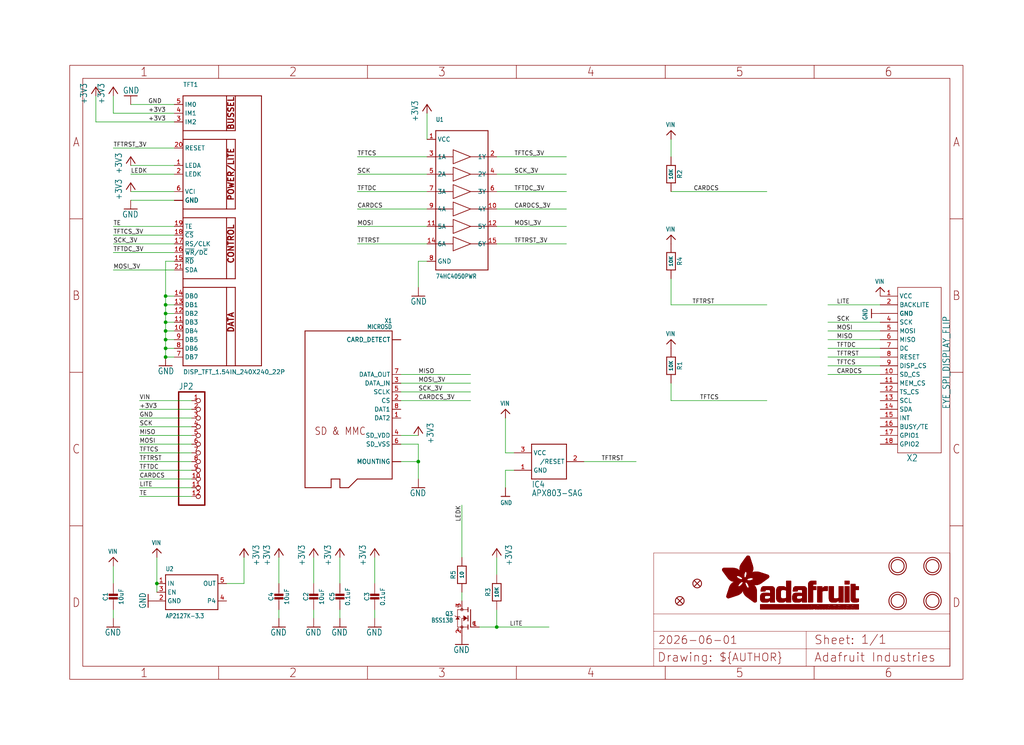
<source format=kicad_sch>
(kicad_sch (version 20230121) (generator eeschema)
  (paper "User" 298.45 217.322)
  (lib_symbols
    (symbol "working-eagle-import:+3V3" (power)
      (property "Value" "+3V3" (at -2.54 -5.08 90))
      (symbol "+3V3_1_0"
        (pin power_in line (at 0 -2.54 90) (length 2.54) (name "+3V3") (number "1"))
      )
    )
    (symbol "working-eagle-import:74HC4050DTSSOP"
      (property "Reference" "U" (at -7.62 22.86 0))
      (symbol "74HC4050DTSSOP_1_0"
        (pin bidirectional line (at -10.16 17.78 0) (length 2.54) (name "VCC") (number "1"))
        (pin bidirectional line (at 10.16 -2.54 180) (length 2.54) (name "4Y") (number "10"))
        (pin bidirectional line (at -10.16 -7.62 0) (length 2.54) (name "5A") (number "11"))
        (pin bidirectional line (at 10.16 -7.62 180) (length 2.54) (name "5Y") (number "12"))
        (pin bidirectional line (at -10.16 -12.7 0) (length 2.54) (name "6A") (number "14"))
        (pin bidirectional line (at 10.16 -12.7 180) (length 2.54) (name "6Y") (number "15"))
        (pin bidirectional line (at 10.16 12.7 180) (length 2.54) (name "1Y") (number "2"))
        (pin bidirectional line (at -10.16 12.7 0) (length 2.54) (name "1A") (number "3"))
        (pin bidirectional line (at 10.16 7.62 180) (length 2.54) (name "2Y") (number "4"))
        (pin bidirectional line (at -10.16 7.62 0) (length 2.54) (name "2A") (number "5"))
        (pin bidirectional line (at 10.16 2.54 180) (length 2.54) (name "3Y") (number "6"))
        (pin bidirectional line (at -10.16 2.54 0) (length 2.54) (name "3A") (number "7"))
        (pin bidirectional line (at -10.16 -17.78 0) (length 2.54) (name "GND") (number "8"))
        (pin bidirectional line (at -10.16 -2.54 0) (length 2.54) (name "4A") (number "9"))
      )
    )
    (symbol "working-eagle-import:APX083-SAG"
      (property "Reference" "IC" (at -5.08 -7.62 0))
      (symbol "APX083-SAG_1_0"
        (pin power_in line (at -10.16 -2.54 0) (length 5.08) (name "GND") (number "1"))
        (pin output line (at 10.16 0 180) (length 5.08) (name "/RESET") (number "2"))
        (pin power_in line (at -10.16 2.54 0) (length 5.08) (name "VCC") (number "3"))
      )
    )
    (symbol "working-eagle-import:CAP_CERAMIC0603_NO"
      (property "Reference" "C" (at -2.29 1.25 90))
      (symbol "CAP_CERAMIC0603_NO_1_0"
        (pin passive line (at 0 5.08 270) (length 2.54) (name "1") (number "1"))
        (pin passive line (at 0 -2.54 90) (length 2.54) (name "2") (number "2"))
      )
    )
    (symbol "working-eagle-import:CAP_CERAMIC0805-NOOUTLINE"
      (property "Reference" "C" (at -2.29 1.25 90))
      (symbol "CAP_CERAMIC0805-NOOUTLINE_1_0"
        (pin passive line (at 0 5.08 270) (length 2.54) (name "1") (number "1"))
        (pin passive line (at 0 -2.54 90) (length 2.54) (name "2") (number "2"))
      )
    )
    (symbol "working-eagle-import:DISP_TFT_1.54IN_240X240_22P"
      (property "Reference" "TFT" (at -15.24 43.18 0))
      (symbol "DISP_TFT_1.54IN_240X240_22P_1_0"
        (text "BUSSEL" (at -1.27 35.56 900) (effects (font (size 1.6764 1.6764) (thickness 0.3353) bold)))
        (text "CONTROL" (at -1.27 -2.54 900) (effects (font (size 1.6764 1.6764) (thickness 0.3353) bold)))
        (text "DATA" (at -1.27 -25.4 900) (effects (font (size 1.6764 1.6764) (thickness 0.3353) bold)))
        (text "POWER/LITE" (at -1.27 17.78 900) (effects (font (size 1.6764 1.6764) (thickness 0.3353) bold)))
        (pin input line (at -17.78 20.32 0) (length 2.54) (name "LEDA") (number "1"))
        (pin bidirectional line (at -17.78 -27.94 0) (length 2.54) (name "DB4") (number "10"))
        (pin bidirectional line (at -17.78 -25.4 0) (length 2.54) (name "DB3") (number "11"))
        (pin bidirectional line (at -17.78 -22.86 0) (length 2.54) (name "DB2") (number "12"))
        (pin bidirectional line (at -17.78 -20.32 0) (length 2.54) (name "DB1") (number "13"))
        (pin bidirectional line (at -17.78 -17.78 0) (length 2.54) (name "DB0") (number "14"))
        (pin input line (at -17.78 -7.62 0) (length 2.54) (name "~{RD}") (number "15"))
        (pin input line (at -17.78 -5.08 0) (length 2.54) (name "~{WR}/D~{C}") (number "16"))
        (pin input line (at -17.78 -2.54 0) (length 2.54) (name "RS/CLK") (number "17"))
        (pin input line (at -17.78 0 0) (length 2.54) (name "~{CS}") (number "18"))
        (pin output line (at -17.78 2.54 0) (length 2.54) (name "TE") (number "19"))
        (pin input line (at -17.78 17.78 0) (length 2.54) (name "LEDK") (number "2"))
        (pin input line (at -17.78 25.4 0) (length 2.54) (name "RESET") (number "20"))
        (pin bidirectional line (at -17.78 -10.16 0) (length 2.54) (name "SDA") (number "21"))
        (pin power_in line (at -17.78 10.16 0) (length 2.54) (name "GND") (number "22"))
        (pin input line (at -17.78 33.02 0) (length 2.54) (name "IM2") (number "3"))
        (pin input line (at -17.78 35.56 0) (length 2.54) (name "IM1") (number "4"))
        (pin input line (at -17.78 38.1 0) (length 2.54) (name "IM0") (number "5"))
        (pin power_in line (at -17.78 12.7 0) (length 2.54) (name "VCI") (number "6"))
        (pin bidirectional line (at -17.78 -35.56 0) (length 2.54) (name "DB7") (number "7"))
        (pin bidirectional line (at -17.78 -33.02 0) (length 2.54) (name "DB6") (number "8"))
        (pin bidirectional line (at -17.78 -30.48 0) (length 2.54) (name "DB5") (number "9"))
        (pin power_in line (at -17.78 10.16 0) (length 2.54) (name "GND") (number "SUPPORT1"))
        (pin power_in line (at -17.78 10.16 0) (length 2.54) (name "GND") (number "SUPPORT2"))
      )
    )
    (symbol "working-eagle-import:EYE_SPI_DISPLAY_FLIP"
      (property "Reference" "X" (at 2.54 -27.94 0))
      (symbol "EYE_SPI_DISPLAY_FLIP_1_0"
        (pin power_in line (at -5.08 20.32 0) (length 5.08) (name "VCC") (number "1"))
        (pin input line (at -5.08 -2.54 0) (length 5.08) (name "SD_CS") (number "10"))
        (pin input line (at -5.08 -5.08 0) (length 5.08) (name "MEM_CS") (number "11"))
        (pin input line (at -5.08 -7.62 0) (length 5.08) (name "TS_CS") (number "12"))
        (pin input line (at -5.08 -10.16 0) (length 5.08) (name "SCL") (number "13"))
        (pin bidirectional line (at -5.08 -12.7 0) (length 5.08) (name "SDA") (number "14"))
        (pin output line (at -5.08 -15.24 0) (length 5.08) (name "INT") (number "15"))
        (pin output line (at -5.08 -17.78 0) (length 5.08) (name "BUSY/TE") (number "16"))
        (pin passive line (at -5.08 -20.32 0) (length 5.08) (name "GPIO1") (number "17"))
        (pin passive line (at -5.08 -22.86 0) (length 5.08) (name "GPIO2") (number "18"))
        (pin input line (at -5.08 17.78 0) (length 5.08) (name "BACKLITE") (number "2"))
        (pin power_in line (at -5.08 15.24 0) (length 5.08) (name "GND") (number "3"))
        (pin input line (at -5.08 12.7 0) (length 5.08) (name "SCK") (number "4"))
        (pin input line (at -5.08 10.16 0) (length 5.08) (name "MOSI") (number "5"))
        (pin output line (at -5.08 7.62 0) (length 5.08) (name "MISO") (number "6"))
        (pin input line (at -5.08 5.08 0) (length 5.08) (name "DC") (number "7"))
        (pin input line (at -5.08 2.54 0) (length 5.08) (name "RESET") (number "8"))
        (pin input line (at -5.08 0 0) (length 5.08) (name "DISP_CS") (number "9"))
        (pin power_in line (at -5.08 15.24 0) (length 5.08) (name "GND") (number "SUPPORT1"))
        (pin power_in line (at -5.08 15.24 0) (length 5.08) (name "GND") (number "SUPPORT2"))
      )
    )
    (symbol "working-eagle-import:FIDUCIAL_1MM")
    (symbol "working-eagle-import:FRAME_A4_ADAFRUIT"
      (symbol "FRAME_A4_ADAFRUIT_1_0"
        (text "${#}/${##}" (at 230.505 10.16 0) (effects (font (size 2.54 2.54)) (justify left bottom)))
        (text "${AUTHOR}" (at 189.23 5.08 0) (effects (font (size 2.286 2.286)) (justify left bottom)))
        (text "${CURRENT_DATE}" (at 171.45 10.16 0) (effects (font (size 2.286 2.286)) (justify left bottom)))
        (text "${PROJECTNAME}" (at 171.45 15.24 0) (effects (font (size 2.54 2.54)) (justify left bottom)))
        (text "1" (at 21.6958 1.905 0) (effects (font (size 2.54 2.286))))
        (text "1" (at 21.6958 177.165 0) (effects (font (size 2.54 2.286))))
        (text "2" (at 65.0875 1.905 0) (effects (font (size 2.54 2.286))))
        (text "2" (at 65.0875 177.165 0) (effects (font (size 2.54 2.286))))
        (text "3" (at 108.4792 1.905 0) (effects (font (size 2.54 2.286))))
        (text "3" (at 108.4792 177.165 0) (effects (font (size 2.54 2.286))))
        (text "4" (at 151.8708 1.905 0) (effects (font (size 2.54 2.286))))
        (text "4" (at 151.8708 177.165 0) (effects (font (size 2.54 2.286))))
        (text "5" (at 195.2625 1.905 0) (effects (font (size 2.54 2.286))))
        (text "5" (at 195.2625 177.165 0) (effects (font (size 2.54 2.286))))
        (text "6" (at 238.6542 1.905 0) (effects (font (size 2.54 2.286))))
        (text "6" (at 238.6542 177.165 0) (effects (font (size 2.54 2.286))))
        (text "A" (at 1.905 156.6863 0) (effects (font (size 2.54 2.286))))
        (text "A" (at 258.445 156.6863 0) (effects (font (size 2.54 2.286))))
        (text "Adafruit Industries" (at 216.916 4.953 0) (effects (font (size 2.54 2.54)) (justify left bottom)))
        (text "B" (at 1.905 111.9188 0) (effects (font (size 2.54 2.286))))
        (text "B" (at 258.445 111.9188 0) (effects (font (size 2.54 2.286))))
        (text "C" (at 1.905 67.1513 0) (effects (font (size 2.54 2.286))))
        (text "C" (at 258.445 67.1513 0) (effects (font (size 2.54 2.286))))
        (text "D" (at 1.905 22.3838 0) (effects (font (size 2.54 2.286))))
        (text "D" (at 258.445 22.3838 0) (effects (font (size 2.54 2.286))))
        (text "Drawing:" (at 171.196 4.953 0) (effects (font (size 2.54 2.54)) (justify left bottom)))
        (text "Sheet:" (at 216.916 10.033 0) (effects (font (size 2.54 2.54)) (justify left bottom)))
      )
    )
    (symbol "working-eagle-import:GND" (power)
      (property "Value" "GND" (at -2.54 -2.54 0))
      (symbol "GND_1_0"
        (pin power_in line (at 0 2.54 270) (length 2.54) (name "GND") (number "1"))
      )
    )
    (symbol "working-eagle-import:HEADER-1X1276MIL"
      (property "Reference" "JP" (at -6.35 18.415 0))
      (symbol "HEADER-1X1276MIL_1_0"
        (pin passive inverted (at -2.54 15.24 0) (length 2.54) (name "1") (number "1"))
        (pin passive inverted (at -2.54 -7.62 0) (length 2.54) (name "10") (number "10"))
        (pin passive inverted (at -2.54 -10.16 0) (length 2.54) (name "11") (number "11"))
        (pin passive inverted (at -2.54 -12.7 0) (length 2.54) (name "12") (number "12"))
        (pin passive inverted (at -2.54 12.7 0) (length 2.54) (name "2") (number "2"))
        (pin passive inverted (at -2.54 10.16 0) (length 2.54) (name "3") (number "3"))
        (pin passive inverted (at -2.54 7.62 0) (length 2.54) (name "4") (number "4"))
        (pin passive inverted (at -2.54 5.08 0) (length 2.54) (name "5") (number "5"))
        (pin passive inverted (at -2.54 2.54 0) (length 2.54) (name "6") (number "6"))
        (pin passive inverted (at -2.54 0 0) (length 2.54) (name "7") (number "7"))
        (pin passive inverted (at -2.54 -2.54 0) (length 2.54) (name "8") (number "8"))
        (pin passive inverted (at -2.54 -5.08 0) (length 2.54) (name "9") (number "9"))
      )
    )
    (symbol "working-eagle-import:MICROSD"
      (property "Reference" "X" (at -12.7 22.606 0))
      (symbol "MICROSD_1_0"
        (text "SD & MMC" (at -5.08 -10.16 0) (effects (font (size 2.1844 1.8567)) (justify left bottom)))
        (pin bidirectional line (at -15.24 -5.08 0) (length 2.54) (name "DAT2") (number "1"))
        (pin input line (at -15.24 0 0) (length 2.54) (name "CS") (number "2"))
        (pin input line (at -15.24 5.08 0) (length 2.54) (name "DATA_IN") (number "3"))
        (pin power_in line (at -15.24 -10.16 0) (length 2.54) (name "SD_VDD") (number "4"))
        (pin input line (at -15.24 2.54 0) (length 2.54) (name "SCLK") (number "5"))
        (pin power_in line (at -15.24 -12.7 0) (length 2.54) (name "SD_VSS") (number "6"))
        (pin output line (at -15.24 7.62 0) (length 2.54) (name "DATA_OUT") (number "7"))
        (pin bidirectional line (at -15.24 -2.54 0) (length 2.54) (name "DAT1") (number "8"))
        (pin passive line (at -15.24 17.78 0) (length 2.54) (name "CARD_DETECT") (number "CD1"))
        (pin passive line (at -15.24 17.78 0) (length 2.54) (name "CARD_DETECT") (number "CD2"))
        (pin passive line (at -15.24 -17.78 0) (length 2.54) (name "MOUNTING") (number "MT1"))
        (pin passive line (at -15.24 -17.78 0) (length 2.54) (name "MOUNTING") (number "MT2"))
      )
    )
    (symbol "working-eagle-import:MOSFET-NWIDE"
      (property "Reference" "Q" (at 5.08 0.635 0))
      (symbol "MOSFET-NWIDE_1_0"
        (text "D" (at 3.175 3.175 0) (effects (font (size 0.8128 0.6908)) (justify left bottom)))
        (text "G" (at -1.27 -1.905 0) (effects (font (size 0.8128 0.6908)) (justify left bottom)))
        (text "S" (at 3.175 -3.81 0) (effects (font (size 0.8128 0.6908)) (justify left bottom)))
        (pin bidirectional line (at -2.54 -2.54 0) (length 2.54) (name "G") (number "1"))
        (pin bidirectional line (at 2.54 -5.08 90) (length 2.54) (name "S") (number "2"))
        (pin bidirectional line (at 2.54 5.08 270) (length 2.54) (name "D") (number "3"))
      )
    )
    (symbol "working-eagle-import:MOUNTINGHOLE2.5")
    (symbol "working-eagle-import:RESISTOR_0603_NOOUT"
      (property "Reference" "R" (at 0 2.54 0))
      (symbol "RESISTOR_0603_NOOUT_1_0"
        (pin passive line (at -5.08 0 0) (length 2.54) (name "1") (number "1"))
        (pin passive line (at 5.08 0 180) (length 2.54) (name "2") (number "2"))
      )
    )
    (symbol "working-eagle-import:VIN" (power)
      (property "Value" "VIN" (at -1.524 1.016 0))
      (symbol "VIN_1_0"
        (pin power_in line (at 0 -2.54 90) (length 2.54) (name "VIN") (number "1"))
      )
    )
    (symbol "working-eagle-import:VREG_SOT23-5"
      (property "Reference" "U" (at -7.62 6.096 0))
      (symbol "VREG_SOT23-5_1_0"
        (pin power_in line (at -10.16 2.54 0) (length 2.54) (name "IN") (number "1"))
        (pin power_in line (at -10.16 -2.54 0) (length 2.54) (name "GND") (number "2"))
        (pin input line (at -10.16 0 0) (length 2.54) (name "EN") (number "3"))
        (pin bidirectional line (at 10.16 -2.54 180) (length 2.54) (name "P4") (number "4"))
        (pin power_in line (at 10.16 2.54 180) (length 2.54) (name "OUT") (number "5"))
      )
    )
    (symbol "working-eagle-import:adafruit_power_VIN" (power)
      (property "Value" "adafruit_power_VIN" (at -1.524 1.016 0))
      (symbol "adafruit_power_VIN_1_0"
        (pin power_in line (at 0 -2.54 90) (length 2.54) (name "VIN") (number "1"))
      )
    )
    (symbol "working-eagle-import:microbuilder_GND" (power)
      (property "Value" "microbuilder_GND" (at -1.524 -2.54 0))
      (symbol "microbuilder_GND_1_0"
        (pin power_in line (at 0 2.54 270) (length 2.54) (name "GND") (number "1"))
      )
    )
  )
  (junction (at 121.92 134.62))
  (junction (at 48.26 96.52))
  (junction (at 45.72 170.18))
  (junction (at 144.78 182.88))
  (junction (at 48.26 88.9))
  (junction (at 48.26 104.14))
  (junction (at 48.26 93.98))
  (junction (at 48.26 101.6))
  (junction (at 48.26 86.36))
  (junction (at 48.26 91.44))
  (junction (at 48.26 99.06))
  (wire (pts (xy 55.88 121.92) (xy 40.64 121.92)) (stroke (width 0.1524)))
  (wire (pts (xy 144.78 162.56) (xy 144.78 167.64)) (stroke (width 0.1524)))
  (wire (pts (xy 55.88 116.84) (xy 40.64 116.84)) (stroke (width 0.1524)))
  (wire (pts (xy 144.78 71.12) (xy 165.1 71.12)) (stroke (width 0.1524)))
  (wire (pts (xy 195.58 88.9) (xy 195.58 81.28)) (stroke (width 0.1524)))
  (wire (pts (xy 48.26 104.14) (xy 50.8 104.14)) (stroke (width 0.1524)))
  (wire (pts (xy 109.22 162.56) (xy 109.22 170.18)) (stroke (width 0.1524)))
  (wire (pts (xy 48.26 99.06) (xy 48.26 101.6)) (stroke (width 0.1524)))
  (wire (pts (xy 195.58 88.9) (xy 223.52 88.9)) (stroke (width 0.1524)))
  (wire (pts (xy 104.14 50.8) (xy 124.46 50.8)) (stroke (width 0.1524)))
  (wire (pts (xy 50.8 91.44) (xy 48.26 91.44)) (stroke (width 0.1524)))
  (wire (pts (xy 27.94 35.56) (xy 50.8 35.56)) (stroke (width 0.1524)))
  (wire (pts (xy 121.92 76.2) (xy 121.92 83.82)) (stroke (width 0.1524)))
  (wire (pts (xy 55.88 144.78) (xy 40.64 144.78)) (stroke (width 0.1524)))
  (wire (pts (xy 40.64 127) (xy 55.88 127)) (stroke (width 0.1524)))
  (wire (pts (xy 256.54 101.6) (xy 241.3 101.6)) (stroke (width 0.1524)))
  (wire (pts (xy 40.64 132.08) (xy 55.88 132.08)) (stroke (width 0.1524)))
  (wire (pts (xy 147.32 121.92) (xy 147.32 132.08)) (stroke (width 0.1524)))
  (wire (pts (xy 139.7 182.88) (xy 144.78 182.88)) (stroke (width 0.1524)))
  (wire (pts (xy 104.14 60.96) (xy 124.46 60.96)) (stroke (width 0.1524)))
  (wire (pts (xy 134.62 147.32) (xy 134.62 162.56)) (stroke (width 0.1524)))
  (wire (pts (xy 50.8 73.66) (xy 33.02 73.66)) (stroke (width 0.1524)))
  (wire (pts (xy 50.8 43.18) (xy 33.02 43.18)) (stroke (width 0.1524)))
  (wire (pts (xy 50.8 66.04) (xy 33.02 66.04)) (stroke (width 0.1524)))
  (wire (pts (xy 50.8 96.52) (xy 48.26 96.52)) (stroke (width 0.1524)))
  (wire (pts (xy 147.32 142.24) (xy 147.32 137.16)) (stroke (width 0.1524)))
  (wire (pts (xy 50.8 33.02) (xy 33.02 33.02)) (stroke (width 0.1524)))
  (wire (pts (xy 165.1 60.96) (xy 144.78 60.96)) (stroke (width 0.1524)))
  (wire (pts (xy 40.64 119.38) (xy 55.88 119.38)) (stroke (width 0.1524)))
  (wire (pts (xy 55.88 129.54) (xy 40.64 129.54)) (stroke (width 0.1524)))
  (wire (pts (xy 81.28 162.56) (xy 81.28 170.18)) (stroke (width 0.1524)))
  (wire (pts (xy 38.1 58.42) (xy 50.8 58.42)) (stroke (width 0.1524)))
  (wire (pts (xy 137.16 114.3) (xy 116.84 114.3)) (stroke (width 0.1524)))
  (wire (pts (xy 48.26 96.52) (xy 48.26 99.06)) (stroke (width 0.1524)))
  (wire (pts (xy 137.16 116.84) (xy 116.84 116.84)) (stroke (width 0.1524)))
  (wire (pts (xy 116.84 134.62) (xy 121.92 134.62)) (stroke (width 0.1524)))
  (wire (pts (xy 91.44 180.34) (xy 91.44 177.8)) (stroke (width 0.1524)))
  (wire (pts (xy 55.88 134.62) (xy 40.64 134.62)) (stroke (width 0.1524)))
  (wire (pts (xy 124.46 40.64) (xy 124.46 33.02)) (stroke (width 0.1524)))
  (wire (pts (xy 48.26 93.98) (xy 48.26 96.52)) (stroke (width 0.1524)))
  (wire (pts (xy 55.88 142.24) (xy 40.64 142.24)) (stroke (width 0.1524)))
  (wire (pts (xy 48.26 76.2) (xy 48.26 86.36)) (stroke (width 0.1524)))
  (wire (pts (xy 33.02 33.02) (xy 33.02 27.94)) (stroke (width 0.1524)))
  (wire (pts (xy 99.06 180.34) (xy 99.06 177.8)) (stroke (width 0.1524)))
  (wire (pts (xy 48.26 86.36) (xy 48.26 88.9)) (stroke (width 0.1524)))
  (wire (pts (xy 50.8 76.2) (xy 48.26 76.2)) (stroke (width 0.1524)))
  (wire (pts (xy 116.84 109.22) (xy 137.16 109.22)) (stroke (width 0.1524)))
  (wire (pts (xy 50.8 48.26) (xy 38.1 48.26)) (stroke (width 0.1524)))
  (wire (pts (xy 33.02 165.1) (xy 33.02 170.18)) (stroke (width 0.1524)))
  (wire (pts (xy 144.78 45.72) (xy 165.1 45.72)) (stroke (width 0.1524)))
  (wire (pts (xy 124.46 76.2) (xy 121.92 76.2)) (stroke (width 0.1524)))
  (wire (pts (xy 137.16 111.76) (xy 116.84 111.76)) (stroke (width 0.1524)))
  (wire (pts (xy 99.06 162.56) (xy 99.06 170.18)) (stroke (width 0.1524)))
  (wire (pts (xy 33.02 71.12) (xy 50.8 71.12)) (stroke (width 0.1524)))
  (wire (pts (xy 256.54 104.14) (xy 241.3 104.14)) (stroke (width 0.1524)))
  (wire (pts (xy 45.72 172.72) (xy 45.72 170.18)) (stroke (width 0.1524)))
  (wire (pts (xy 55.88 139.7) (xy 40.64 139.7)) (stroke (width 0.1524)))
  (wire (pts (xy 223.52 55.88) (xy 195.58 55.88)) (stroke (width 0.1524)))
  (wire (pts (xy 38.1 30.48) (xy 50.8 30.48)) (stroke (width 0.1524)))
  (wire (pts (xy 165.1 50.8) (xy 144.78 50.8)) (stroke (width 0.1524)))
  (wire (pts (xy 50.8 86.36) (xy 48.26 86.36)) (stroke (width 0.1524)))
  (wire (pts (xy 33.02 180.34) (xy 33.02 177.8)) (stroke (width 0.1524)))
  (wire (pts (xy 109.22 180.34) (xy 109.22 177.8)) (stroke (width 0.1524)))
  (wire (pts (xy 170.18 134.62) (xy 185.42 134.62)) (stroke (width 0.1524)))
  (wire (pts (xy 165.1 55.88) (xy 144.78 55.88)) (stroke (width 0.1524)))
  (wire (pts (xy 256.54 109.22) (xy 241.3 109.22)) (stroke (width 0.1524)))
  (wire (pts (xy 241.3 106.68) (xy 256.54 106.68)) (stroke (width 0.1524)))
  (wire (pts (xy 55.88 137.16) (xy 40.64 137.16)) (stroke (width 0.1524)))
  (wire (pts (xy 121.92 127) (xy 116.84 127)) (stroke (width 0.1524)))
  (wire (pts (xy 104.14 66.04) (xy 124.46 66.04)) (stroke (width 0.1524)))
  (wire (pts (xy 91.44 162.56) (xy 91.44 170.18)) (stroke (width 0.1524)))
  (wire (pts (xy 149.86 132.08) (xy 147.32 132.08)) (stroke (width 0.1524)))
  (wire (pts (xy 48.26 91.44) (xy 48.26 93.98)) (stroke (width 0.1524)))
  (wire (pts (xy 81.28 180.34) (xy 81.28 177.8)) (stroke (width 0.1524)))
  (wire (pts (xy 50.8 78.74) (xy 33.02 78.74)) (stroke (width 0.1524)))
  (wire (pts (xy 134.62 172.72) (xy 134.62 175.26)) (stroke (width 0.1524)))
  (wire (pts (xy 50.8 50.8) (xy 38.1 50.8)) (stroke (width 0.1524)))
  (wire (pts (xy 50.8 101.6) (xy 48.26 101.6)) (stroke (width 0.1524)))
  (wire (pts (xy 256.54 96.52) (xy 241.3 96.52)) (stroke (width 0.1524)))
  (wire (pts (xy 50.8 55.88) (xy 38.1 55.88)) (stroke (width 0.1524)))
  (wire (pts (xy 121.92 134.62) (xy 121.92 139.7)) (stroke (width 0.1524)))
  (wire (pts (xy 144.78 182.88) (xy 144.78 177.8)) (stroke (width 0.1524)))
  (wire (pts (xy 144.78 66.04) (xy 165.1 66.04)) (stroke (width 0.1524)))
  (wire (pts (xy 48.26 88.9) (xy 50.8 88.9)) (stroke (width 0.1524)))
  (wire (pts (xy 48.26 88.9) (xy 48.26 91.44)) (stroke (width 0.1524)))
  (wire (pts (xy 116.84 129.54) (xy 121.92 129.54)) (stroke (width 0.1524)))
  (wire (pts (xy 104.14 71.12) (xy 124.46 71.12)) (stroke (width 0.1524)))
  (wire (pts (xy 241.3 99.06) (xy 256.54 99.06)) (stroke (width 0.1524)))
  (wire (pts (xy 256.54 93.98) (xy 241.3 93.98)) (stroke (width 0.1524)))
  (wire (pts (xy 104.14 55.88) (xy 124.46 55.88)) (stroke (width 0.1524)))
  (wire (pts (xy 48.26 101.6) (xy 48.26 104.14)) (stroke (width 0.1524)))
  (wire (pts (xy 66.04 170.18) (xy 71.12 170.18)) (stroke (width 0.1524)))
  (wire (pts (xy 256.54 88.9) (xy 241.3 88.9)) (stroke (width 0.1524)))
  (wire (pts (xy 48.26 99.06) (xy 50.8 99.06)) (stroke (width 0.1524)))
  (wire (pts (xy 45.72 162.56) (xy 45.72 170.18)) (stroke (width 0.1524)))
  (wire (pts (xy 50.8 68.58) (xy 33.02 68.58)) (stroke (width 0.1524)))
  (wire (pts (xy 27.94 27.94) (xy 27.94 35.56)) (stroke (width 0.1524)))
  (wire (pts (xy 195.58 116.84) (xy 195.58 111.76)) (stroke (width 0.1524)))
  (wire (pts (xy 55.88 124.46) (xy 40.64 124.46)) (stroke (width 0.1524)))
  (wire (pts (xy 147.32 137.16) (xy 149.86 137.16)) (stroke (width 0.1524)))
  (wire (pts (xy 124.46 45.72) (xy 104.14 45.72)) (stroke (width 0.1524)))
  (wire (pts (xy 121.92 129.54) (xy 121.92 134.62)) (stroke (width 0.1524)))
  (wire (pts (xy 160.02 182.88) (xy 144.78 182.88)) (stroke (width 0.1524)))
  (wire (pts (xy 48.26 93.98) (xy 50.8 93.98)) (stroke (width 0.1524)))
  (wire (pts (xy 195.58 45.72) (xy 195.58 40.64)) (stroke (width 0.1524)))
  (wire (pts (xy 71.12 162.56) (xy 71.12 170.18)) (stroke (width 0.1524)))
  (wire (pts (xy 195.58 116.84) (xy 223.52 116.84)) (stroke (width 0.1524)))
  (label "MISO" (at 40.64 127 0) (effects (font (size 1.2446 1.2446))))
  (label "TFTRST" (at 243.84 104.14 0) (effects (font (size 1.2446 1.2446))))
  (label "TFTRST_3V" (at 33.02 43.18 0) (effects (font (size 1.2446 1.2446))))
  (label "TFTDC" (at 243.84 101.6 0) (effects (font (size 1.2446 1.2446))))
  (label "TE" (at 40.64 144.78 0) (effects (font (size 1.2446 1.2446))))
  (label "+3V3" (at 40.64 119.38 0) (effects (font (size 1.2446 1.2446))))
  (label "TFTDC" (at 104.14 55.88 0) (effects (font (size 1.2446 1.2446))))
  (label "CARDCS" (at 104.14 60.96 0) (effects (font (size 1.2446 1.2446))))
  (label "MOSI_3V" (at 33.02 78.74 0) (effects (font (size 1.2446 1.2446))))
  (label "SCK" (at 40.64 124.46 0) (effects (font (size 1.2446 1.2446))))
  (label "TFTCS" (at 104.14 45.72 0) (effects (font (size 1.2446 1.2446))))
  (label "VIN" (at 40.64 116.84 0) (effects (font (size 1.2446 1.2446))))
  (label "TFTRST_3V" (at 149.86 71.12 0) (effects (font (size 1.2446 1.2446))))
  (label "SCK" (at 104.14 50.8 0) (effects (font (size 1.2446 1.2446))))
  (label "MOSI_3V" (at 149.86 66.04 0) (effects (font (size 1.2446 1.2446))))
  (label "MISO" (at 121.92 109.22 0) (effects (font (size 1.2446 1.2446))))
  (label "CARDCS_3V" (at 149.86 60.96 0) (effects (font (size 1.2446 1.2446))))
  (label "TFTCS_3V" (at 33.02 68.58 0) (effects (font (size 1.2446 1.2446))))
  (label "MOSI" (at 104.14 66.04 0) (effects (font (size 1.2446 1.2446))))
  (label "MOSI" (at 40.64 129.54 0) (effects (font (size 1.2446 1.2446))))
  (label "TFTRST" (at 104.14 71.12 0) (effects (font (size 1.2446 1.2446))))
  (label "TE" (at 33.02 66.04 0) (effects (font (size 1.2446 1.2446))))
  (label "TFTDC_3V" (at 149.86 55.88 0) (effects (font (size 1.2446 1.2446))))
  (label "SCK_3V" (at 149.86 50.8 0) (effects (font (size 1.2446 1.2446))))
  (label "MOSI_3V" (at 121.92 111.76 0) (effects (font (size 1.2446 1.2446))))
  (label "CARDCS" (at 243.84 109.22 0) (effects (font (size 1.2446 1.2446))))
  (label "MISO" (at 243.84 99.06 0) (effects (font (size 1.2446 1.2446))))
  (label "GND" (at 40.64 121.92 0) (effects (font (size 1.2446 1.2446))))
  (label "TFTCS" (at 40.64 132.08 0) (effects (font (size 1.2446 1.2446))))
  (label "TFTDC_3V" (at 33.02 73.66 0) (effects (font (size 1.2446 1.2446))))
  (label "TFTCS_3V" (at 149.86 45.72 0) (effects (font (size 1.2446 1.2446))))
  (label "LITE" (at 152.4 182.88 180) (effects (font (size 1.2446 1.2446))))
  (label "CARDCS" (at 209.55 55.88 180) (effects (font (size 1.2446 1.2446))))
  (label "LITE" (at 243.84 88.9 0) (effects (font (size 1.2446 1.2446))))
  (label "TFTCS" (at 209.55 116.84 180) (effects (font (size 1.2446 1.2446))))
  (label "SCK_3V" (at 33.02 71.12 0) (effects (font (size 1.2446 1.2446))))
  (label "TFTCS" (at 243.84 106.68 0) (effects (font (size 1.2446 1.2446))))
  (label "CARDCS_3V" (at 121.92 116.84 0) (effects (font (size 1.2446 1.2446))))
  (label "MOSI" (at 243.84 96.52 0) (effects (font (size 1.2446 1.2446))))
  (label "+3V3" (at 43.18 33.02 0) (effects (font (size 1.2446 1.2446))))
  (label "LEDK" (at 38.1 50.8 0) (effects (font (size 1.2446 1.2446))))
  (label "GND" (at 43.18 30.48 0) (effects (font (size 1.2446 1.2446))))
  (label "TFTRST" (at 175.26 134.62 0) (effects (font (size 1.2446 1.2446))))
  (label "LEDK" (at 134.62 147.32 270) (effects (font (size 1.2446 1.2446))))
  (label "+3V3" (at 43.18 35.56 0) (effects (font (size 1.2446 1.2446))))
  (label "LITE" (at 40.64 142.24 0) (effects (font (size 1.2446 1.2446))))
  (label "TFTDC" (at 40.64 137.16 0) (effects (font (size 1.2446 1.2446))))
  (label "TFTRST" (at 208.28 88.9 180) (effects (font (size 1.2446 1.2446))))
  (label "CARDCS" (at 40.64 139.7 0) (effects (font (size 1.2446 1.2446))))
  (label "TFTRST" (at 40.64 134.62 0) (effects (font (size 1.2446 1.2446))))
  (label "SCK_3V" (at 121.92 114.3 0) (effects (font (size 1.2446 1.2446))))
  (label "SCK" (at 243.84 93.98 0) (effects (font (size 1.2446 1.2446))))
  (symbol (lib_id "working-eagle-import:+3V3") (at 71.12 160.02 0) (mirror y) (unit 1)
    (property "Reference" "#+3V2" (effects hide))
    (property "Value" "+3V3" (at 73.66 165.1 90) (effects (font (size 1.778 1.5113)) (justify left bottom)))
  )
  (symbol (lib_id "working-eagle-import:GND") (at 99.06 182.88 0) (unit 1)
    (property "Reference" "#GND6" (effects hide))
    (property "Value" "GND" (at 96.52 185.42 0) (effects (font (size 1.778 1.5113)) (justify left bottom)))
  )
  (symbol (lib_id "working-eagle-import:CAP_CERAMIC0603_NO") (at 99.06 175.26 0) (unit 1)
    (property "Reference" "C5" (at 96.77 174.01 90))
    (property "Value" "0.1uF" (at 101.36 174.01 90))
    (property "Footprint" "working:0603-NO" (effects hide))
  )
  (symbol (lib_id "working-eagle-import:74HC4050DTSSOP") (at 134.62 58.42 0) (unit 1)
    (property "Reference" "U1" (at 127 35.56 0) (effects (font (size 1.27 1.0795)) (justify left bottom)))
    (property "Value" "74HC4050PWR" (at 127 81.28 0) (effects (font (size 1.27 1.0795)) (justify left bottom)))
    (property "Footprint" "working:TSSOP16" (effects hide))
  )
  (symbol (lib_id "working-eagle-import:+3V3") (at 124.46 30.48 0) (unit 1)
    (property "Reference" "#+3V12" (effects hide))
    (property "Value" "+3V3" (at 121.92 35.56 90) (effects (font (size 1.778 1.5113)) (justify left bottom)))
  )
  (symbol (lib_id "working-eagle-import:GND") (at 81.28 182.88 0) (unit 1)
    (property "Reference" "#GND13" (effects hide))
    (property "Value" "GND" (at 78.74 185.42 0) (effects (font (size 1.778 1.5113)) (justify left bottom)))
  )
  (symbol (lib_id "working-eagle-import:MOUNTINGHOLE2.5") (at 261.62 175.26 0) (unit 1)
    (property "Reference" "U$7" (effects hide))
    (property "Value" "MOUNTINGHOLE2.5" (effects hide))
    (property "Footprint" "working:MOUNTINGHOLE_2.5_PLATED" (effects hide))
  )
  (symbol (lib_id "working-eagle-import:adafruit_power_VIN") (at 33.02 162.56 0) (unit 1)
    (property "Reference" "#U$13" (effects hide))
    (property "Value" "VIN" (at 31.496 161.544 0) (effects (font (size 1.27 1.0795)) (justify left bottom)))
  )
  (symbol (lib_id "working-eagle-import:microbuilder_GND") (at 254 91.44 270) (unit 1)
    (property "Reference" "#U$18" (effects hide))
    (property "Value" "GND" (at 251.46 89.916 0) (effects (font (size 1.27 1.0795)) (justify left bottom)))
  )
  (symbol (lib_id "working-eagle-import:GND") (at 43.18 175.26 270) (unit 1)
    (property "Reference" "#GND9" (effects hide))
    (property "Value" "GND" (at 40.64 172.72 0) (effects (font (size 1.778 1.5113)) (justify left bottom)))
  )
  (symbol (lib_id "working-eagle-import:MICROSD") (at 101.6 116.84 0) (mirror y) (unit 1)
    (property "Reference" "X1" (at 114.3 94.234 0) (effects (font (size 1.27 1.0795)) (justify left bottom)))
    (property "Value" "MICROSD" (at 114.3 96.012 0) (effects (font (size 1.27 1.0795)) (justify left bottom)))
    (property "Footprint" "working:MICROSD" (effects hide))
  )
  (symbol (lib_id "working-eagle-import:VIN") (at 256.54 83.82 0) (unit 1)
    (property "Reference" "#U$3" (effects hide))
    (property "Value" "VIN" (at 255.016 82.804 0) (effects (font (size 1.27 1.0795)) (justify left bottom)))
  )
  (symbol (lib_id "working-eagle-import:GND") (at 48.26 106.68 0) (mirror y) (unit 1)
    (property "Reference" "#GND2" (effects hide))
    (property "Value" "GND" (at 50.8 109.22 0) (effects (font (size 1.778 1.5113)) (justify left bottom)))
  )
  (symbol (lib_id "working-eagle-import:CAP_CERAMIC0805-NOOUTLINE") (at 91.44 175.26 0) (unit 1)
    (property "Reference" "C2" (at 89.15 174.01 90))
    (property "Value" "10uF" (at 93.74 174.01 90))
    (property "Footprint" "working:0805-NO" (effects hide))
  )
  (symbol (lib_id "working-eagle-import:+3V3") (at 91.44 160.02 0) (unit 1)
    (property "Reference" "#+3V6" (effects hide))
    (property "Value" "+3V3" (at 88.9 165.1 90) (effects (font (size 1.778 1.5113)) (justify left bottom)))
  )
  (symbol (lib_id "working-eagle-import:RESISTOR_0603_NOOUT") (at 195.58 50.8 270) (mirror x) (unit 1)
    (property "Reference" "R2" (at 198.12 50.8 0))
    (property "Value" "10K" (at 195.58 50.8 0) (effects (font (size 1.016 1.016) bold)))
    (property "Footprint" "working:0603-NO" (effects hide))
  )
  (symbol (lib_id "working-eagle-import:GND") (at 38.1 60.96 0) (unit 1)
    (property "Reference" "#GND3" (effects hide))
    (property "Value" "GND" (at 35.56 63.5 0) (effects (font (size 1.778 1.5113)) (justify left bottom)))
  )
  (symbol (lib_id "working-eagle-import:GND") (at 121.92 86.36 0) (mirror y) (unit 1)
    (property "Reference" "#GND7" (effects hide))
    (property "Value" "GND" (at 124.46 88.9 0) (effects (font (size 1.778 1.5113)) (justify left bottom)))
  )
  (symbol (lib_id "working-eagle-import:+3V3") (at 33.02 25.4 0) (unit 1)
    (property "Reference" "#+3V7" (effects hide))
    (property "Value" "+3V3" (at 30.48 30.48 90) (effects (font (size 1.778 1.5113)) (justify left bottom)))
  )
  (symbol (lib_id "working-eagle-import:RESISTOR_0603_NOOUT") (at 144.78 172.72 90) (unit 1)
    (property "Reference" "R3" (at 142.24 172.72 0))
    (property "Value" "10K" (at 144.78 172.72 0) (effects (font (size 1.016 1.016) bold)))
    (property "Footprint" "working:0603-NO" (effects hide))
  )
  (symbol (lib_id "working-eagle-import:CAP_CERAMIC0603_NO") (at 109.22 175.26 0) (unit 1)
    (property "Reference" "C3" (at 106.93 174.01 90))
    (property "Value" "0.1uF" (at 111.52 174.01 90))
    (property "Footprint" "working:0603-NO" (effects hide))
  )
  (symbol (lib_id "working-eagle-import:+3V3") (at 81.28 160.02 0) (unit 1)
    (property "Reference" "#+3V8" (effects hide))
    (property "Value" "+3V3" (at 78.74 165.1 90) (effects (font (size 1.778 1.5113)) (justify left bottom)))
  )
  (symbol (lib_id "working-eagle-import:APX083-SAG") (at 160.02 134.62 0) (unit 1)
    (property "Reference" "IC4" (at 154.94 142.24 0) (effects (font (size 1.778 1.5113)) (justify left bottom)))
    (property "Value" "APX803-SAG" (at 154.94 144.78 0) (effects (font (size 1.778 1.5113)) (justify left bottom)))
    (property "Footprint" "working:SOT23-WIDE" (effects hide))
  )
  (symbol (lib_id "working-eagle-import:microbuilder_GND") (at 147.32 144.78 0) (unit 1)
    (property "Reference" "#U$11" (effects hide))
    (property "Value" "GND" (at 145.796 147.32 0) (effects (font (size 1.27 1.0795)) (justify left bottom)))
  )
  (symbol (lib_id "working-eagle-import:RESISTOR_0603_NOOUT") (at 195.58 106.68 270) (mirror x) (unit 1)
    (property "Reference" "R1" (at 198.12 106.68 0))
    (property "Value" "10K" (at 195.58 106.68 0) (effects (font (size 1.016 1.016) bold)))
    (property "Footprint" "working:0603-NO" (effects hide))
  )
  (symbol (lib_id "working-eagle-import:+3V3") (at 38.1 53.34 0) (unit 1)
    (property "Reference" "#+3V3" (effects hide))
    (property "Value" "+3V3" (at 35.56 58.42 90) (effects (font (size 1.778 1.5113)) (justify left bottom)))
  )
  (symbol (lib_id "working-eagle-import:FRAME_A4_ADAFRUIT") (at 20.32 198.12 0) (unit 1)
    (property "Reference" "#U$6" (effects hide))
    (property "Value" "FRAME_A4_ADAFRUIT" (effects hide))
  )
  (symbol (lib_id "working-eagle-import:+3V3") (at 109.22 160.02 0) (unit 1)
    (property "Reference" "#+3V10" (effects hide))
    (property "Value" "+3V3" (at 106.68 165.1 90) (effects (font (size 1.778 1.5113)) (justify left bottom)))
  )
  (symbol (lib_id "working-eagle-import:adafruit_power_VIN") (at 195.58 99.06 0) (unit 1)
    (property "Reference" "#U$16" (effects hide))
    (property "Value" "VIN" (at 194.056 98.044 0) (effects (font (size 1.27 1.0795)) (justify left bottom)))
  )
  (symbol (lib_id "working-eagle-import:adafruit_power_VIN") (at 195.58 68.58 0) (unit 1)
    (property "Reference" "#U$15" (effects hide))
    (property "Value" "VIN" (at 194.056 67.564 0) (effects (font (size 1.27 1.0795)) (justify left bottom)))
  )
  (symbol (lib_id "working-eagle-import:FIDUCIAL_1MM") (at 203.2 170.18 0) (unit 1)
    (property "Reference" "U$5" (effects hide))
    (property "Value" "FIDUCIAL_1MM" (effects hide))
    (property "Footprint" "working:FIDUCIAL_1MM" (effects hide))
  )
  (symbol (lib_id "working-eagle-import:adafruit_power_VIN") (at 45.72 160.02 0) (unit 1)
    (property "Reference" "#U$12" (effects hide))
    (property "Value" "VIN" (at 44.196 159.004 0) (effects (font (size 1.27 1.0795)) (justify left bottom)))
  )
  (symbol (lib_id "working-eagle-import:+3V3") (at 27.94 25.4 0) (unit 1)
    (property "Reference" "#+3V13" (effects hide))
    (property "Value" "+3V3" (at 25.4 30.48 90) (effects (font (size 1.778 1.5113)) (justify left bottom)))
  )
  (symbol (lib_id "working-eagle-import:CAP_CERAMIC0805-NOOUTLINE") (at 81.28 175.26 0) (unit 1)
    (property "Reference" "C4" (at 78.99 174.01 90))
    (property "Value" "10uF" (at 83.58 174.01 90))
    (property "Footprint" "working:0805-NO" (effects hide))
  )
  (symbol (lib_id "working-eagle-import:MOUNTINGHOLE2.5") (at 271.78 165.1 0) (unit 1)
    (property "Reference" "U$8" (effects hide))
    (property "Value" "MOUNTINGHOLE2.5" (effects hide))
    (property "Footprint" "working:MOUNTINGHOLE_2.5_PLATED" (effects hide))
  )
  (symbol (lib_id "working-eagle-import:GND") (at 91.44 182.88 0) (unit 1)
    (property "Reference" "#GND11" (effects hide))
    (property "Value" "GND" (at 88.9 185.42 0) (effects (font (size 1.778 1.5113)) (justify left bottom)))
  )
  (symbol (lib_id "working-eagle-import:GND") (at 109.22 182.88 0) (unit 1)
    (property "Reference" "#GND4" (effects hide))
    (property "Value" "GND" (at 106.68 185.42 0) (effects (font (size 1.778 1.5113)) (justify left bottom)))
  )
  (symbol (lib_id "working-eagle-import:RESISTOR_0603_NOOUT") (at 134.62 167.64 90) (unit 1)
    (property "Reference" "R5" (at 132.08 167.64 0))
    (property "Value" "10" (at 134.62 167.64 0) (effects (font (size 1.016 1.016) bold)))
    (property "Footprint" "working:0603-NO" (effects hide))
  )
  (symbol (lib_id "working-eagle-import:MOSFET-NWIDE") (at 137.16 180.34 0) (mirror y) (unit 1)
    (property "Reference" "Q3" (at 132.08 179.705 0) (effects (font (size 1.27 1.0795)) (justify left bottom)))
    (property "Value" "BSS138" (at 132.08 181.61 0) (effects (font (size 1.27 1.0795)) (justify left bottom)))
    (property "Footprint" "working:SOT23-WIDE" (effects hide))
  )
  (symbol (lib_id "working-eagle-import:+3V3") (at 144.78 160.02 0) (mirror y) (unit 1)
    (property "Reference" "#+3V9" (effects hide))
    (property "Value" "+3V3" (at 147.32 165.1 90) (effects (font (size 1.778 1.5113)) (justify left bottom)))
  )
  (symbol (lib_id "working-eagle-import:GND") (at 121.92 142.24 0) (unit 1)
    (property "Reference" "#GND1" (effects hide))
    (property "Value" "GND" (at 119.38 144.78 0) (effects (font (size 1.778 1.5113)) (justify left bottom)))
  )
  (symbol (lib_id "working-eagle-import:RESISTOR_0603_NOOUT") (at 195.58 76.2 270) (mirror x) (unit 1)
    (property "Reference" "R4" (at 198.12 76.2 0))
    (property "Value" "10K" (at 195.58 76.2 0) (effects (font (size 1.016 1.016) bold)))
    (property "Footprint" "working:0603-NO" (effects hide))
  )
  (symbol (lib_id "working-eagle-import:+3V3") (at 121.92 124.46 0) (mirror y) (unit 1)
    (property "Reference" "#+3V4" (effects hide))
    (property "Value" "+3V3" (at 124.46 129.54 90) (effects (font (size 1.778 1.5113)) (justify left bottom)))
  )
  (symbol (lib_id "working-eagle-import:MOUNTINGHOLE2.5") (at 261.62 165.1 0) (unit 1)
    (property "Reference" "U$10" (effects hide))
    (property "Value" "MOUNTINGHOLE2.5" (effects hide))
    (property "Footprint" "working:MOUNTINGHOLE_2.5_PLATED" (effects hide))
  )
  (symbol (lib_id "working-eagle-import:+3V3") (at 99.06 160.02 0) (unit 1)
    (property "Reference" "#+3V11" (effects hide))
    (property "Value" "+3V3" (at 96.52 165.1 90) (effects (font (size 1.778 1.5113)) (justify left bottom)))
  )
  (symbol (lib_id "working-eagle-import:GND") (at 38.1 27.94 180) (unit 1)
    (property "Reference" "#GND8" (effects hide))
    (property "Value" "GND" (at 40.64 25.4 0) (effects (font (size 1.778 1.5113)) (justify left bottom)))
  )
  (symbol (lib_id "working-eagle-import:DISP_TFT_1.54IN_240X240_22P") (at 68.58 68.58 0) (unit 1)
    (property "Reference" "TFT1" (at 53.34 25.4 0) (effects (justify left bottom)))
    (property "Value" "DISP_TFT_1.54IN_240X240_22P" (at 53.34 109.22 0) (effects (justify left bottom)))
    (property "Footprint" "working:TFT_1.54IN_240X240_22PIN" (effects hide))
  )
  (symbol (lib_id "working-eagle-import:+3V3") (at 38.1 45.72 0) (unit 1)
    (property "Reference" "#+3V1" (effects hide))
    (property "Value" "+3V3" (at 35.56 50.8 90) (effects (font (size 1.778 1.5113)) (justify left bottom)))
  )
  (symbol (lib_id "working-eagle-import:adafruit_power_VIN") (at 195.58 38.1 0) (unit 1)
    (property "Reference" "#U$14" (effects hide))
    (property "Value" "VIN" (at 194.056 37.084 0) (effects (font (size 1.27 1.0795)) (justify left bottom)))
  )
  (symbol (lib_id "working-eagle-import:MOUNTINGHOLE2.5") (at 271.78 175.26 0) (unit 1)
    (property "Reference" "U$9" (effects hide))
    (property "Value" "MOUNTINGHOLE2.5" (effects hide))
    (property "Footprint" "working:MOUNTINGHOLE_2.5_PLATED" (effects hide))
  )
  (symbol (lib_id "working-eagle-import:CAP_CERAMIC0805-NOOUTLINE") (at 33.02 175.26 0) (unit 1)
    (property "Reference" "C1" (at 30.73 174.01 90))
    (property "Value" "10uF" (at 35.32 174.01 90))
    (property "Footprint" "working:0805-NO" (effects hide))
  )
  (symbol (lib_id "working-eagle-import:adafruit_power_VIN") (at 147.32 119.38 0) (unit 1)
    (property "Reference" "#U$17" (effects hide))
    (property "Value" "VIN" (at 145.796 118.364 0) (effects (font (size 1.27 1.0795)) (justify left bottom)))
  )
  (symbol (lib_id "working-eagle-import:EYE_SPI_DISPLAY_FLIP") (at 261.62 106.68 0) (unit 1)
    (property "Reference" "X2" (at 264.16 134.62 0) (effects (font (size 1.9304 1.6408)) (justify left bottom)))
    (property "Value" "EYE_SPI_DISPLAY_FLIP" (at 276.86 119.38 90) (effects (font (size 1.9304 1.6408)) (justify left bottom)))
    (property "Footprint" "working:EYE_SPI_DISPLAY_BOTCONTACT" (effects hide))
  )
  (symbol (lib_id "working-eagle-import:HEADER-1X1276MIL") (at 58.42 132.08 0) (unit 1)
    (property "Reference" "JP2" (at 52.07 113.665 0) (effects (font (size 1.778 1.5113)) (justify left bottom)))
    (property "Value" "HEADER-1X1276MIL" (effects hide))
    (property "Footprint" "working:1X12_ROUND_76MIL" (effects hide))
  )
  (symbol (lib_id "working-eagle-import:VREG_SOT23-5") (at 55.88 172.72 0) (unit 1)
    (property "Reference" "U2" (at 48.26 166.624 0) (effects (font (size 1.27 1.0795)) (justify left bottom)))
    (property "Value" "AP2127K-3.3" (at 48.26 180.34 0) (effects (font (size 1.27 1.0795)) (justify left bottom)))
    (property "Footprint" "working:SOT23-5" (effects hide))
  )
  (symbol (lib_id "working-eagle-import:GND") (at 33.02 182.88 0) (unit 1)
    (property "Reference" "#GND12" (effects hide))
    (property "Value" "GND" (at 30.48 185.42 0) (effects (font (size 1.778 1.5113)) (justify left bottom)))
  )
  (symbol (lib_id "working-eagle-import:GND") (at 134.62 187.96 0) (unit 1)
    (property "Reference" "#GND5" (effects hide))
    (property "Value" "GND" (at 132.08 190.5 0) (effects (font (size 1.778 1.5113)) (justify left bottom)))
  )
  (symbol (lib_id "working-eagle-import:FIDUCIAL_1MM") (at 198.12 175.26 0) (unit 1)
    (property "Reference" "U$4" (effects hide))
    (property "Value" "FIDUCIAL_1MM" (effects hide))
    (property "Footprint" "working:FIDUCIAL_1MM" (effects hide))
  )
)
</source>
